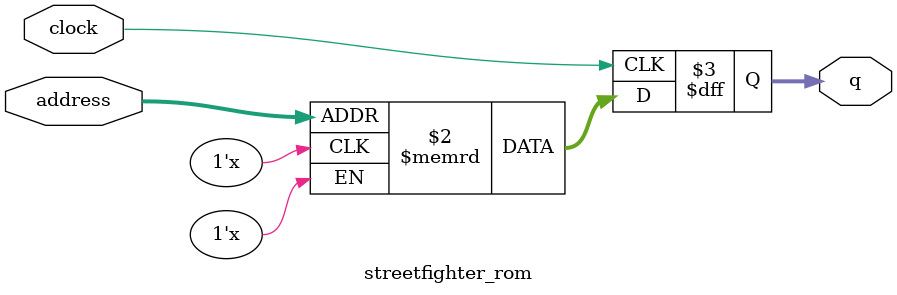
<source format=sv>
module streetfighter_rom (
	input logic clock,
	input logic [16:0] address,
	output logic [5:0] q
);

logic [5:0] memory [0:76799] /* synthesis ram_init_file = "./streetfighter/streetfighter.mif" */;

always_ff @ (posedge clock) begin
	q <= memory[address];
end

endmodule

</source>
